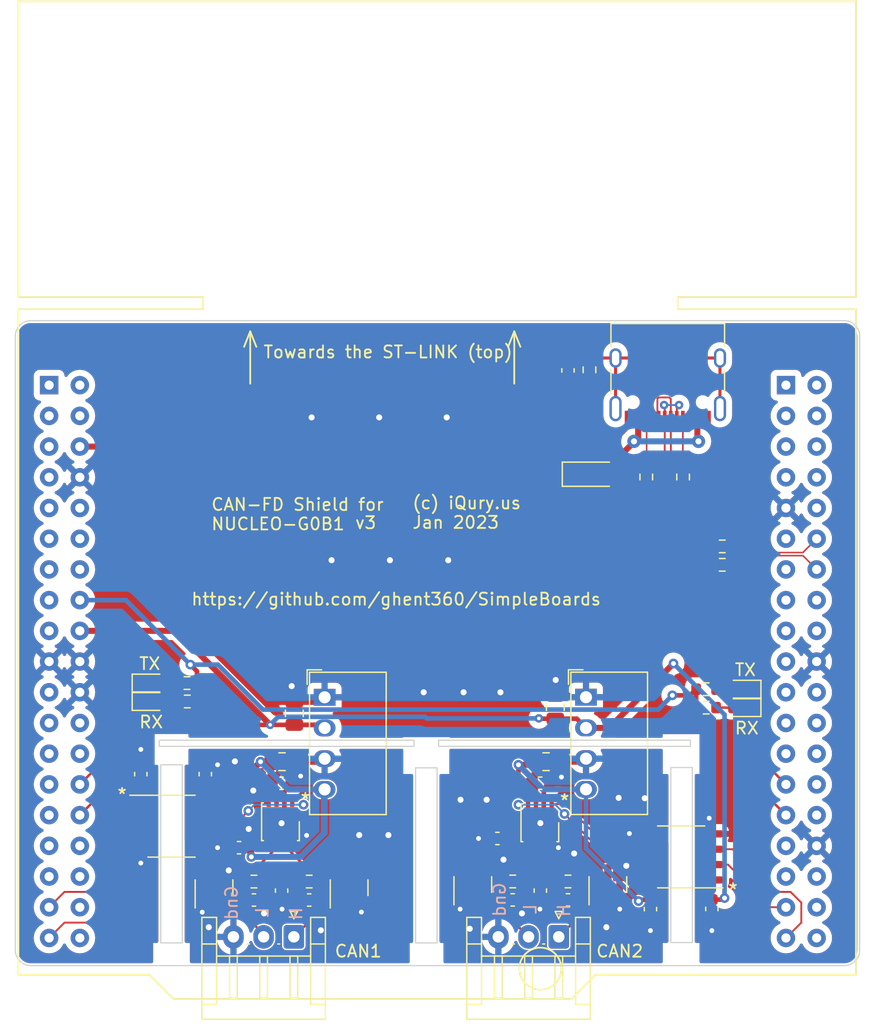
<source format=kicad_pcb>
(kicad_pcb (version 20221018) (generator pcbnew)
  (layers (0 "F.Cu" signal) (31 "B.Cu" signal) (34 "B.Paste" user) (35 "F.Paste" user) (36 "B.SilkS" user "B.Silkscreen") (37 "F.SilkS" user "F.Silkscreen") (38 "B.Mask" user) (39 "F.Mask" user) (44 "Edge.Cuts" user))
  (net 0 "")
  (net 1 "Net-(J1-SHIELD)")
  (net 2 "GND")
  (net 3 "Net-(C2-Pad1)")
  (net 4 "/CAN1_H")
  (net 5 "/CAN1_L")
  (net 6 "/5V")
  (net 7 "Net-(C7-Pad1)")
  (net 8 "/CAN2_H")
  (net 9 "/CAN2_L")
  (net 10 "/3.3V")
  (net 11 "/E5V")
  (net 12 "Net-(D1-A)")
  (net 17 "Net-(J1-CC1)")
  (net 18 "/D+")
  (net 19 "/D-")
  (net 20 "/CAN1_TX_LED")
  (net 21 "Net-(J1-CC2)")
  (net 22 "Net-(D6-A)")
  (net 23 "/USB_DP")
  (net 24 "/USB_DN")
  (net 25 "/CAN2_TX_LED")
  (net 26 "Net-(D7-A)")
  (net 27 "/CAN1_RX_LED")
  (net 28 "Net-(D8-A)")
  (net 29 "/CAN2_RX_LED")
  (net 30 "Net-(D9-A)")
  (net 35 "/SDWIO")
  (net 40 "/BTN")
  (net 42 "/RCC_I")
  (net 44 "/RCC_O")
  (net 46 "/CLK")
  (net 52 "/CAN2_RX")
  (net 54 "/CAN2_TX")
  (net 61 "/UART2_RX")
  (net 65 "/LED")
  (net 84 "/UART2_TX")
  (net 85 "/CAN1_RX")
  (net 87 "/CAN1_TX")
  (net 89 "GND1")
  (net 90 "/5V-CAN2")
  (net 91 "GND2")
  (net 92 "/5V-CAN1")
  (net 93 "/CAN1_TX_ISO")
  (net 94 "/CAN1_RX_ISO")
  (net 95 "/CAN2_TX_ISO")
  (net 96 "/CAN2_RX_ISO")
  (footprint "Package_TO_SOT_SMD:SOT-23" (layer "F.Cu") (at 68.505974 110.3975 90)
    (fp_text reference "D5" hide)
    (fp_text value "MMBZ27VC")
  )
  (footprint "Resistor_SMD:R_0603_1608Metric" (layer "F.Cu") (at 109.22 93.98)
    (fp_text reference "R11" hide)
    (fp_text value "22")
  )
  (footprint "Capacitor_SMD:C_0603_1608Metric" (layer "F.Cu") (at 91.948 106.326)
    (fp_text reference "C10" hide)
    (fp_text value "10nF")
  )
  (footprint "LED_SMD:LED_0603_1608Metric" (layer "F.Cu") (at 63.2205 94.996)
    (fp_text reference "D8" hide)
    (fp_text value "RX")
  )
  (footprint "Package_SO:SOIC-8_3.9x4.9mm_P1.27mm" (layer "F.Cu") (at 64.989974 105.31)
    (fp_text reference "U6" hide)
    (fp_text value "NSi8121N0")
  )
  (footprint "Package_TO_SOT_SMD:SOT-23" (layer "F.Cu") (at 89.916 110.136 90)
    (fp_text reference "D3" hide)
    (fp_text value "MMBZ27VC")
  )
  (footprint "LED_SMD:LED_0603_1608Metric" (layer "F.Cu") (at 63.2205 93.472)
    (fp_text reference "D6" hide)
    (fp_text value "TX")
  )
  (footprint "Resistor_SMD:R_0603_1608Metric" (layer "F.Cu") (at 97.79 109.882 180)
    (fp_text reference "R6" hide)
    (fp_text value "60.4")
  )
  (footprint "Capacitor_SMD:C_0603_1608Metric" (layer "F.Cu") (at 74.093974 101.7615)
    (fp_text reference "C6" hide)
    (fp_text value "100nF")
  )
  (footprint "Capacitor_SMD:C_0805_2012Metric" (layer "F.Cu") (at 75.149974 95.978 90)
    (fp_text reference "C15" hide)
    (fp_text value "4.7uF")
  )
  (footprint "Connector_USB:USB_C_Receptacle_HRO_TYPE-C-31-M-12" (layer "F.Cu") (at 106.045 67.639 180)
    (fp_text reference "J1" hide)
    (fp_text value "USB_C_Receptacle_USB2.0")
  )
  (footprint "Capacitor_SMD:C_0603_1608Metric" (layer "F.Cu") (at 104.613974 112.168 -90)
    (fp_text reference "C19" hide)
    (fp_text value "100nF")
  )
  (footprint "Package_TO_SOT_SMD:SOT-23" (layer "F.Cu") (at 79.681974 110.3975 90)
    (fp_text reference "D4" hide)
    (fp_text value "MMBZ27VC")
  )
  (footprint "Package_DFN_QFN:DFN-8-1EP_3x3mm_P0.65mm_EP1.55x2.4mm" (layer "F.Cu") (at 95.463 105.03 -90)
    (fp_text reference "U2" hide)
    (fp_text value "TJA1051TK-3")
  )
  (footprint "Resistor_SMD:R_0603_1608Metric" (layer "F.Cu") (at 110.553 82.169)
    (fp_text reference "R4" hide)
    (fp_text value "22")
  )
  (footprint "Resistor_SMD:R_0603_1608Metric" (layer "F.Cu") (at 93.218 109.882 180)
    (fp_text reference "R7" hide)
    (fp_text value "60.4")
  )
  (footprint "Capacitor_SMD:C_0603_1608Metric" (layer "F.Cu") (at 95.491 101.754)
    (fp_text reference "C5" hide)
    (fp_text value "100nF")
  )
  (footprint "Package_TO_SOT_SMD:SOT-23" (layer "F.Cu") (at 101.092 110.136 90)
    (fp_text reference "D2" hide)
    (fp_text value "MMBZ27VC")
  )
  (footprint "Connector_JST:JST_EH_S3B-EH_1x03_P2.50mm_Horizontal" (layer "F.Cu") (at 75.109974 114.4615 180)
    (fp_text reference "J2" hide)
    (fp_text value "CAN1")
  )
  (footprint "Resistor_SMD:R_0603_1608Metric" (layer "F.Cu") (at 107.315 76.429 90)
    (fp_text reference "R3" hide)
    (fp_text value "5.1k")
  )
  (footprint "Converter_DCDC:Converter_DCDC_Murata_CRE1xxxxxx3C_THT" (layer "F.Cu") (at 99.279974 94.642)
    (fp_text reference "U4" hide)
    (fp_text value "CRE1S0505S3C")
  )
  (footprint "Capacitor_SMD:C_0805_2012Metric" (layer "F.Cu") (at 74.133974 99.976)
    (fp_text reference "C14" hide)
    (fp_text value "4.7uF")
  )
  (footprint "Capacitor_SMD:C_0603_1608Metric" (layer "F.Cu") (at 76.379974 111.4135 180)
    (fp_text reference "C3" hide)
    (fp_text value "47pF")
  )
  (footprint "Resistor_SMD:R_0603_1608Metric" (layer "F.Cu") (at 104.267 76.429 90)
    (fp_text reference "R2" hide)
    (fp_text value "5.1k")
  )
  (footprint "Capacitor_SMD:C_0805_2012Metric" (layer "F.Cu") (at 95.977974 99.976)
    (fp_text reference "C12" hide)
    (fp_text value "4.7uF")
  )
  (footprint "Capacitor_SMD:C_0603_1608Metric" (layer "F.Cu") (at 95.503102 110.636452 -90)
    (fp_text reference "C7" hide)
    (fp_text value "4700pF")
  )
  (footprint "Capacitor_SMD:C_0603_1608Metric" (layer "F.Cu") (at 74.095914 110.637452 -90)
    (fp_text reference "C2" hide)
    (fp_text value "4700pF")
  )
  (footprint "Resistor_SMD:R_0603_1608Metric" (layer "F.Cu") (at 76.379974 109.8895 180)
    (fp_text reference "R8" hide)
    (fp_text value "60.4")
  )
  (footprint "Capacitor_SMD:C_0603_1608Metric" (layer "F.Cu") (at 93.218 111.406 180)
    (fp_text reference "C9" hide)
    (fp_text value "47pF")
  )
  (footprint "Resistor_SMD:R_0603_1608Metric" (layer "F.Cu") (at 66.294 94.996 180)
    (fp_text reference "R12" hide)
    (fp_text value "22")
  )
  (footprint "Converter_DCDC:Converter_DCDC_Murata_CRE1xxxxxx3C_THT" (layer "F.Cu") (at 77.658049 94.648708)
    (fp_text reference "U5" hide)
    (fp_text value "CRE1S0505S3C")
  )
  (footprint "Nucleo-64:Nucleo-64" (layer "F.Cu") (at 54.864 114.554)
    (fp_text reference "U1" hide)
    (fp_text value "Nucleo-64-G0B1")
  )
  (footprint "Resistor_SMD:R_0603_1608Metric" (layer "F.Cu") (at 71.807974 109.8895 180)
    (fp_text reference "R9" hide)
    (fp_text value "60.4")
  )
  (footprint "Resistor_SMD:R_0603_1608Metric" (layer "F.Cu") (at 109.22 95.504)
    (fp_text reference "R13" hide)
    (fp_text value "22")
  )
  (footprint "Resistor_SMD:R_0603_1608Metric" (layer "F.Cu") (at 110.553 83.693)
    (fp_text reference "R5" hide)
    (fp_text value "22")
  )
  (footprint "Connector_JST:JST_EH_S3B-EH_1x03_P2.50mm_Horizontal" (layer "F.Cu") (at 97.028 114.4615 180)
    (fp_text reference "J3" hide)
    (fp_text value "CAN2")
  )
  (footprint "Capacitor_SMD:C_0603_1608Metric" (layer "F.Cu") (at 97.79 67.614 -90)
    (fp_text reference "C1" hide)
    (fp_text value "100nF")
  )
  (footprint "Package_DFN_QFN:DFN-8-1EP_3x3mm_P0.65mm_EP1.55x2.4mm" (layer "F.Cu") (at 74.001974 104.943 -90)
    (fp_text reference "U3" hide)
    (fp_text value "TJA1051TK-3")
  )
  (footprint "LED_SMD:LED_0603_1608Metric" (layer "F.Cu") (at 112.268 93.98 180)
    (fp_text reference "D7" hide)
    (fp_text value "TX")
  )
  (footprint "Diode_SMD:D_SOD-123" (layer "F.Cu") (at 99.568 76.2)
    (fp_text reference "D1" hide)
    (fp_text value "B5819W")
  )
  (footprint "Capacitor_SMD:C_0603_1608Metric" (layer "F.Cu") (at 109.693974 112.155 -90)
    (fp_text reference "C18" hide)
    (fp_text value "100nF")
  )
  (footprint "Package_SO:SOIC-8_3.9x4.9mm_P1.27mm" (layer "F.Cu") (at 107.153974 107.85 180)
    (fp_text reference "U7" hide)
    (fp_text value "NSi8121N0")
  )
  (footprint "Resistor_SMD:R_0603_1608Metric" (layer "F.Cu") (at 99.568 67.564 -90)
    (fp_text reference "R1" hide)
    (fp_text value "100k")
  )
  (footprint "Capacitor_SMD:C_0805_2012Metric" (layer "F.Cu") (at 96.739974 95.47 90)
    (fp_text reference "C13" hide)
    (fp_text value "4.7uF")
  )
  (footprint "Capacitor_SMD:C_0603_1608Metric" (layer "F.Cu") (at 67.783974 101.005 90)
    (fp_text reference "C17" hide)
    (fp_text value "100nF")
  )
  (footprint "Capacitor_SMD:C_0603_1608Metric" (layer "F.Cu") (at 70.577974 107.088)
    (fp_text reference "C11" hide)
    (fp_text value "10nF")
  )
  (footprint "Capacitor_SMD:C_0603_1608Metric" (layer "F.Cu") (at 62.449974 101.005 90)
    (fp_text reference "C16" hide)
    (fp_text value "100nF")
  )
  (footprint "Capacitor_SMD:C_0603_1608Metric" (layer "F.Cu") (at 97.79 111.406 180)
    (fp_text reference "C8" hide)
    (fp_text value "47pF")
  )
  (footprint "Resistor_SMD:R_0603_1608Metric" (layer "F.Cu") (at 66.2685 93.472 180)
    (fp_text reference "R10" hide)
    (fp_text value "22")
  )
  (footprint "LED_SMD:LED_0603_1608Metric" (layer "F.Cu") (at 112.268 95.504 180)
    (fp_text reference "D9" hide)
    (fp_text value "RX")
  )
  (footprint "Capacitor_SMD:C_0603_1608Metric" (layer "F.Cu") (at 71.807974 111.4135 180)
    (fp_text reference "C4" hide)
    (fp_text value "47pF")
  )
  (gr_line (start 71.501 64.389) (end 70.993 65.659) (stroke (width 0.15)) (layer "F.SilkS"))
  (gr_line (start 71.501 64.389) (end 71.501 68.707) (stroke (width 0.15)) (layer "F.SilkS"))
  (gr_line (start 93.345 64.389) (end 92.837 65.659) (stroke (width 0.15)) (layer "F.SilkS"))
  (gr_line (start 93.345 64.389) (end 93.853 65.659) (stroke (width 0.15)) (layer "F.SilkS"))
  (gr_line (start 93.345 64.389) (end 93.345 68.707) (stroke (width 0.15)) (layer "F.SilkS"))
  (gr_line (start 71.501 64.389) (end 72.009 65.659) (stroke (width 0.15)) (layer "F.SilkS"))
  (gr_arc (start 53.34 116.84) (mid 52.441974 116.468026) (end 52.07 115.57) (stroke (width 0.1)) (layer "Edge.Cuts"))
  (gr_line (start 63.973974 98.198) (end 85.055974 98.198) (stroke (width 0.1)) (layer "Edge.Cuts"))
  (gr_arc (start 121.92 115.57) (mid 121.548026 116.468026) (end 120.65 116.84) (stroke (width 0.1)) (layer "Edge.Cuts"))
  (gr_line (start 108.077 114.935) (end 106.299 114.935) (stroke (width 0.1)) (layer "Edge.Cuts"))
  (gr_line (start 107.915974 98.706) (end 87.087974 98.706) (stroke (width 0.1)) (layer "Edge.Cuts"))
  (gr_line (start 86.960974 114.962) (end 85.182974 114.962) (stroke (width 0.1)) (layer "Edge.Cuts"))
  (gr_line (start 107.915974 98.198) (end 107.915974 98.706) (stroke (width 0.1)) (layer "Edge.Cuts"))
  (gr_arc (start 52.07 64.77) (mid 52.441974 63.871974) (end 53.34 63.5) (stroke (width 0.1)) (layer "Edge.Cuts"))
  (gr_line (start 85.055974 98.198) (end 85.055974 98.706) (stroke (width 0.1)) (layer "Edge.Cuts"))
  (gr_line (start 65.878974 100.23) (end 65.878974 114.962) (stroke (width 0.1)) (layer "Edge.Cuts"))
  (gr_line (start 106.299 100.457) (end 108.077 100.457) (stroke (width 0.1)) (layer "Edge.Cuts"))
  (gr_line (start 64.100974 114.962) (end 64.100974 100.23) (stroke (width 0.1)) (layer "Edge.Cuts"))
  (gr_line (start 52.07 115.57) (end 52.07 64.77) (stroke (width 0.1)) (layer "Edge.Cuts"))
  (gr_line (start 85.182974 114.962) (end 85.182974 100.484) (stroke (width 0.1)) (layer "Edge.Cuts"))
  (gr_line (start 87.087974 98.198) (end 107.915974 98.198) (stroke (width 0.1)) (layer "Edge.Cuts"))
  (gr_line (start 120.65 116.84) (end 53.34 116.84) (stroke (width 0.1)) (layer "Edge.Cuts"))
  (gr_line (start 85.055974 98.706) (end 63.973974 98.706) (stroke (width 0.1)) (layer "Edge.Cuts"))
  (gr_line (start 106.299 114.935) (end 106.299 100.457) (stroke (width 0.1)) (layer "Edge.Cuts"))
  (gr_line (start 85.182974 100.484) (end 86.960974 100.484) (stroke (width 0.1)) (layer "Edge.Cuts"))
  (gr_line (start 64.100974 100.23) (end 65.878974 100.23) (stroke (width 0.1)) (layer "Edge.Cuts"))
  (gr_line (start 121.92 64.77) (end 121.92 115.57) (stroke (width 0.1)) (layer "Edge.Cuts"))
  (gr_arc (start 120.65 63.5) (mid 121.548026 63.871974) (end 121.92 64.77) (stroke (width 0.1)) (layer "Edge.Cuts"))
  (gr_line (start 108.077 100.457) (end 108.077 114.935) (stroke (width 0.1)) (layer "Edge.Cuts"))
  (gr_line (start 86.960974 100.484) (end 86.960974 114.962) (stroke (width 0.1)) (layer "Edge.Cuts"))
  (gr_line (start 63.973974 98.706) (end 63.973974 98.198) (stroke (width 0.1)) (layer "Edge.Cuts"))
  (gr_line (start 53.34 63.5) (end 120.65 63.5) (stroke (width 0.1)) (layer "Edge.Cuts"))
  (gr_line (start 65.878974 114.962) (end 64.100974 114.962) (stroke (width 0.1)) (layer "Edge.Cuts"))
  (gr_line (start 87.087974 98.706) (end 87.087974 98.198) (stroke (width 0.1)) (layer "Edge.Cuts"))
  (gr_text "H" (at 75.871974 111.9215 90) (layer "B.SilkS") (effects (font (size 1 1)) (justify left bottom mirror)))
  (gr_text "Gnd" (at 92.71 109.882 90) (layer "B.SilkS") (effects (font (size 1 1)) (justify left bottom mirror)))
  (gr_text "H" (at 98.044 111.66 90) (layer "B.SilkS") (effects (font (size 1 1)) (justify left bottom mirror)))
  (gr_text "Gnd" (at 70.537974 110.1435 90) (layer "B.SilkS") (effects (font (size 1 1)) (justify left bottom mirror)))
  (gr_text "L" (at 73.077974 111.9215 90) (layer "B.SilkS") (effects (font (size 1 1)) (justify left bottom mirror)))
  (gr_text "L" (at 95.25 111.66 90) (layer "B.SilkS") (effects (font (size 1 1)) (justify left bottom mirror)))
  (gr_text "RX" (at 111.506 97.79) (layer "F.SilkS") (effects (font (size 1 1)) (justify left bottom)))
  (gr_text "(c) iQury.us\nJan 2023" (at 84.836 80.772) (layer "F.SilkS") (effects (font (size 1 1)) (justify left bottom)))
  (gr_text "Towards the ST-LINK (top)" (at 72.517 66.675) (layer "F.SilkS") (effects (font (size 1 1)) (justify left bottom)))
  (gr_text "*" (at 60.417974 103.278) (layer "F.SilkS") (effects (font (size 1 1)) (justify left bottom)))
  (gr_text "v3" (at 80.102974 80.799) (layer "F.SilkS") (effects (font (size 1 1)) (justify left bottom)))
  (gr_text "*" (at 75.583948 103.6935) (layer "F.SilkS") (effects (font (size 1 1)) (justify left bottom)))
  (gr_text "TX" (at 62.23 92.456) (layer "F.SilkS") (effects (font (size 1 1)) (justify left bottom)))
  (gr_text "RX" (at 62.23 97.282) (layer "F.SilkS") (effects (font (size 1 1)) (justify left bottom)))
  (gr_text "TX" (at 111.506 92.964) (layer "F.SilkS") (effects (font (size 1 1)) (justify left bottom)))
  (gr_text "CAN-FD Shield for\nNUCLEO-G0B1" (at 68.199 80.899) (layer "F.SilkS") (effects (font (size 1 1)) (justify left bottom)))
  (gr_text "CAN1" (at 78.411533 116.232) (layer "F.SilkS") (effects (font (size 1 1)) (justify left bottom)))
  (gr_text "*" (at 110.963974 111.152) (layer "F.SilkS") (effects (font (size 1 1)) (justify left bottom)))
  (gr_text "https://github.com/ghent360/SimpleBoards" (at 66.548 87.122) (layer "F.SilkS") (effects (font (size 1 1)) (justify left bottom)))
  (gr_text "CAN2" (at 100.041974 116.232) (layer "F.SilkS") (effects (font (size 1 1)) (justify left bottom)))
  (gr_text "*" (at 97.028 103.786) (layer "F.SilkS") (effects (font (size 1 1)) (justify left bottom)))
  (segment (start 97.89 66.739) (end 97.79 66.839) (width 0.254) (layer "F.Cu") (net 1))
  (segment (start 99.568 66.739) (end 97.89 66.739) (width 0.254) (layer "F.Cu") (net 1))
  (segment (start 101.725 66.589) (end 110.365 66.589) (width 0.254) (layer "F.Cu") (net 1))
  (segment (start 101.725 70.769) (end 101.725 66.589) (width 0.254) (layer "F.Cu") (net 1))
  (segment (start 99.718 66.589) (end 99.568 66.739) (width 0.254) (layer "F.Cu") (net 1))
  (segment (start 110.365 70.769) (end 110.365 66.589) (width 0.254) (layer "F.Cu") (net 1))
  (segment (start 101.725 66.589) (end 99.718 66.589) (width 0.254) (layer "F.Cu") (net 1))
  (segment (start 102.795 71.684) (end 102.795 72.159) (width 0.5) (layer "F.Cu") (net 2))
  (segment (start 62.514974 108.293) (end 62.449974 108.358) (width 0.381) (layer "F.Cu") (net 2))
  (segment (start 62.514974 107.215) (end 62.514974 108.293) (width 0.381) (layer "F.Cu") (net 2))
  (segment (start 75.149974 95.028) (end 77.278757 95.028) (width 0.5) (layer "F.Cu") (net 2))
  (segment (start 109.295 71.684) (end 109.295 72.159) (width 0.5) (layer "F.Cu") (net 2))
  (segment (start 102.795 72.159) (end 101.727 73.227) (width 0.5) (layer "F.Cu") (net 2))
  (segment (start 109.693974 112.93) (end 109.693974 113.946) (width 0.381) (layer "F.Cu") (net 2))
  (segment (start 77.278757 95.028) (end 77.658049 94.648708) (width 0.5) (layer "F.Cu") (net 2))
  (segment (start 62.449974 100.23) (end 62.449974 98.96) (width 0.381) (layer "F.Cu") (net 2))
  (segment (start 109.295 72.159) (end 110.109 72.973) (width 0.5) (layer "F.Cu") (net 2))
  (via (at 62.449974 98.96) (size 0.8) (drill 0.4) (layers "F.Cu" "B.Cu") (net 2))
  (via (at 76.581 71.501) (size 1.1) (drill 0.5) (layers "F.Cu" "B.Cu") (net 2))
  (via (at 78.232 83.312) (size 1.1) (drill 0.5) (layers "F.Cu" "B.Cu") (net 2))
  (via (at 87.884 83.312) (size 1.1) (drill 0.5) (layers "F.Cu" "B.Cu") (net 2))
  (via (at 87.757 71.501) (size 1.1) (drill 0.5) (layers "F.Cu" "B.Cu") (net 2))
  (via (at 92.202 94.234) (size 1.1) (drill 0.5) (layers "F.Cu" "B.Cu") (net 2))
  (via (at 85.852 94.234) (size 1.1) (drill 0.5) (layers "F.Cu" "B.Cu") (net 2))
  (via (at 62.449974 108.358) (size 0.8) (drill 0.4) (layers "F.Cu" "B.Cu") (net 2))
  (via (at 83.058 83.312) (size 1.1) (drill 0.5) (layers "F.Cu" "B.Cu") (net 2))
  (via (at 109.474 104.648) (size 0.8) (drill 0.4) (layers "F.Cu" "B.Cu") (net 2))
  (via (at 82.169 71.501) (size 1.1) (drill 0.5) (layers "F.Cu" "B.Cu") (net 2))
  (via (at 89.154 94.234) (size 1.1) (drill 0.5) (layers "F.Cu" "B.Cu") (net 2))
  (via (at 109.693974 113.946) (size 0.8) (drill 0.4) (layers "F.Cu" "B.Cu") (net 2))
  (via (at 74.93 93.726) (size 1.1) (drill 0.5) (layers "F.Cu" "B.Cu") (net 2))
  (via (at 96.774 93.218) (size 1.1) (drill 0.5) (layers "F.Cu" "B.Cu") (net 2))
  (segment (start 72.632974 109.8895) (end 75.554974 109.8895) (width 0.2032) (layer "F.Cu") (net 3))
  (segment (start 74.326974 106.915705) (end 77.204974 109.793705) (width 0.2032) (layer "F.Cu") (net 4))
  (segment (start 75.109974 114.4615) (end 77.204974 112.3665) (width 0.2032) (layer "F.Cu") (net 4))
  (segment (start 77.154974 111.4135) (end 78.653474 111.4135) (width 0.2032) (layer "F.Cu") (net 4))
  (segment (start 74.326974 106.493) (end 74.326974 106.915705) (width 0.2032) (layer "F.Cu") (net 4))
  (segment (start 77.204974 109.793705) (end 77.204974 109.8895) (width 0.2032) (layer "F.Cu") (net 4))
  (segment (start 77.204974 112.3665) (end 77.204974 109.8895) (width 0.2032) (layer "F.Cu") (net 4))
  (segment (start 78.653474 111.4135) (end 78.731974 111.335) (width 0.2032) (layer "F.Cu") (net 4))
  (segment (start 72.609974 114.2475) (end 70.982974 112.6205) (width 0.2032) (layer "F.Cu") (net 5))
  (segment (start 70.982974 109.793705) (end 73.676974 107.099705) (width 0.2032) (layer "F.Cu") (net 5))
  (segment (start 73.676974 107.099705) (end 73.676974 106.493) (width 0.2032) (layer "F.Cu") (net 5))
  (segment (start 72.609974 114.4615) (end 72.609974 114.2475) (width 0.2032) (layer "F.Cu") (net 5))
  (segment (start 70.982974 109.8895) (end 70.982974 109.793705) (width 0.2032) (layer "F.Cu") (net 5))
  (segment (start 71.032974 111.4135) (end 69.534474 111.4135) (width 0.2032) (layer "F.Cu") (net 5))
  (segment (start 69.534474 111.4135) (end 69.455974 111.335) (width 0.2032) (layer "F.Cu") (net 5))
  (segment (start 70.982974 112.6205) (end 70.982974 109.8895) (width 0.2032) (layer "F.Cu") (net 5))
  (segment (start 75.149974 96.928) (end 77.044974 96.928) (width 0.381) (layer "F.Cu") (net 6))
  (segment (start 60.925974 97.69) (end 61.687974 96.928) (width 0.381) (layer "F.Cu") (net 6))
  (segment (start 95.404 96.42) (end 95.377 96.393) (width 0.381) (layer "F.Cu") (net 6))
  (segment (start 60.925974 101.5) (end 60.925974 97.69) (width 0.381) (layer "F.Cu") (net 6))
  (segment (start 77.044974 96.928) (end 77.600474 97.4835) (width 0.381) (layer "F.Cu") (net 6))
  (segment (start 77.397341 96.928) (end 77.658049 97.188708) (width 0.381) (layer "F.Cu") (net 6))
  (segment (start 96.739974 96.42) (end 98.517974 96.42) (width 0.381) (layer "F.Cu") (net 6))
  (segment (start 65.378 89.154) (end 73.152 96.928) (width 0.5) (layer "F.Cu") (net 6))
  (segment (start 98.517974 96.42) (end 99.279974 97.182) (width 0.381) (layer "F.Cu") (net 6))
  (segment (start 101.192 97.182) (end 99.279974 97.182) (width 0.5) (layer "F.Cu") (net 6))
  (segment (start 73.152 96.928) (end 75.149974 96.928) (width 0.381) (layer "F.Cu") (net 6))
  (segment (start 61.687974 96.928) (end 73.152 96.928) (width 0.381) (layer "F.Cu") (net 6))
  (segment (start 106.518 91.856) (end 101.192 97.182) (width 0.5) (layer "F.Cu") (net 6))
  (segment (start 109.693974 109.82) (end 109.628974 109.755) (width 0.381) (layer "F.Cu") (net 6))
  (segment (start 75.149974 96.928) (end 77.397341 96.928) (width 0.381) (layer "F.Cu") (net 6))
  (segment (start 61.205974 101.78) (end 60.925974 101.5) (width 0.381) (layer "F.Cu") (net 6))
  (segment (start 110.616 111.38) (end 110.744 111.252) (width 0.381) (layer "F.Cu") (net 6))
  (segment (start 62.449974 101.78) (end 61.205974 101.78) (width 0.381) (layer "F.Cu") (net 6))
  (segment (start 62.514974 103.405) (end 62.514974 101.845) (width 0.381) (layer "F.Cu") (net 6))
  (segment (start 109.693974 111.38) (end 110.616 111.38) (width 0.381) (layer "F.Cu") (net 6))
  (segment (start 57.404 89.154) (end 65.378 89.154) (width 0.5) (layer "F.Cu") (net 6))
  (segment (start 96.739974 96.42) (end 95.404 96.42) (width 0.381) (layer "F.Cu") (net 6))
  (segment (start 109.693974 111.38) (end 109.693974 109.82) (width 0.381) (layer "F.Cu") (net 6))
  (segment (start 62.514974 101.845) (end 62.449974 101.78) (width 0.381) (layer "F.Cu") (net 6))
  (via (at 110.744 111.252) (size 0.8) (drill 0.4) (layers "F.Cu" "B.Cu") (net 6))
  (via (at 95.377 96.393) (size 0.7) (drill 0.3) (layers "F.Cu" "B.Cu") (net 6))
  (via (at 106.518 91.856) (size 0.8) (drill 0.4) (layers "F.Cu" "B.Cu") (net 6))
  (via (at 73.152 96.928) (size 0.7) (drill 0.3) (layers "F.Cu" "B.Cu") (net 6))
  (segment (start 110.744 96.082) (end 106.518 91.856) (width 0.381) (layer "B.Cu") (net 6))
  (segment (start 86.106 96.393) (end 95.377 96.393) (width 0.381) (layer "B.Cu") (net 6))
  (segment (start 110.744 111.252) (end 110.744 96.082) (width 0.381) (layer "B.Cu") (net 6))
  (segment (start 73.814499 96.265501) (end 85.978501 96.265501) (width 0.381) (layer "B.Cu") (net 6))
  (segment (start 73.152 96.928) (end 73.814499 96.265501) (width 0.381) (layer "B.Cu") (net 6))
  (segment (start 85.978501 96.265501) (end 86.106 96.393) (width 0.381) (layer "B.Cu") (net 6))
  (segment (start 96.965 109.882) (end 94.043 109.882) (width 0.2032) (layer "F.Cu") (net 7))
  (segment (start 98.615 109.786205) (end 95.788 106.959205) (width 0.2032) (layer "F.Cu") (net 8))
  (segment (start 98.615 112.8745) (end 98.615 109.882) (width 0.2032) (layer "F.Cu") (net 8))
  (segment (start 97.028 114.4615) (end 98.615 112.8745) (width 0.2032) (layer "F.Cu") (net 8))
  (segment (start 98.615 109.882) (end 98.615 109.786205) (width 0.2032) (layer "F.Cu") (net 8))
  (segment (start 95.788 106.959205) (end 95.788 106.58) (width 0.2032) (layer "F.Cu") (net 8))
  (segment (start 99.8095 111.406) (end 100.142 111.0735) (width 0.2032) (layer "F.Cu") (net 8))
  (segment (start 98.565 111.406) (end 99.8095 111.406) (width 0.2032) (layer "F.Cu") (net 8))
  (segment (start 92.393 109.786205) (end 95.138 107.041205) (width 0.2032) (layer "F.Cu") (net 9))
  (segment (start 92.393 112.3265) (end 92.393 109.882) (width 0.2032) (layer "F.Cu") (net 9))
  (segment (start 95.138 107.041205) (end 95.138 106.58) (width 0.2032) (layer "F.Cu") (net 9))
  (segment (start 92.443 111.406) (end 91.1985 111.406) (width 0.2032) (layer "F.Cu") (net 9))
  (segment (start 94.528 114.4615) (end 92.393 112.3265) (width 0.2032) (layer "F.Cu") (net 9))
  (segment (start 92.393 109.882) (end 92.393 109.786205) (width 0.2032) (layer "F.Cu") (net 9))
  (segment (start 91.1985 111.406) (end 90.866 111.0735) (width 0.2032) (layer "F.Cu") (net 9))
  (segment (start 108.395 93.98) (end 108.395 95.504) (width 0.381) (layer "F.Cu") (net 10))
  (segment (start 107.887 94.488) (end 108.395 93.98) (width 0.381) (layer "F.Cu") (net 10))
  (segment (start 106.426 94.488) (end 107.887 94.488) (width 0.381) (layer "F.Cu") (net 10))
  (segment (start 67.0935 92.4935) (end 66.548 91.948) (width 0.381) (layer "F.Cu") (net 10))
  (segment (start 67.0935 93.472) (end 67.0935 92.4935) (width 0.381) (layer "F.Cu") (net 10))
  (segment (start 67.119 94.996) (end 67.119 93.4975) (width 0.381) (layer "F.Cu") (net 10))
  (segment (start 67.119 93.4975) (end 67.0935 93.472) (width 0.381) (layer "F.Cu") (net 10))
  (via (at 106.426 94.488) (size 0.8) (drill 0.4) (layers "F.Cu" "B.Cu") (net 10))
  (via (at 66.548 91.948) (size 0.8) (drill 0.4) (layers "F.Cu" "B.Cu") (net 10))
  (segment (start 68.834 91.948) (end 72.39 95.504) (width 0.381) (layer "B.Cu") (net 10))
  (segment (start 61.214 86.614) (end 57.404 86.614) (width 0.381) (layer "B.Cu") (net 10))
  (segment (start 72.39 95.504) (end 72.552208 95.666208) (width 0.381) (layer "B.Cu") (net 10))
  (segment (start 72.552208 95.666208) (end 105.247792 95.666208) (width 0.381) (layer "B.Cu") (net 10))
  (segment (start 105.247792 95.666208) (end 106.426 94.488) (width 0.381) (layer "B.Cu") (net 10))
  (segment (start 66.548 91.948) (end 68.834 91.948) (width 0.381) (layer "B.Cu") (net 10))
  (segment (start 66.548 91.948) (end 61.214 86.614) (width 0.381) (layer "B.Cu") (net 10))
  (segment (start 61.976 76.2) (end 59.69 73.914) (width 0.5) (layer "F.Cu") (net 11))
  (segment (start 59.69 73.914) (end 57.404 73.914) (width 0.5) (layer "F.Cu") (net 11))
  (segment (start 97.918 76.2) (end 61.976 76.2) (width 0.5) (layer "F.Cu") (net 11))
  (segment (start 103.251 73.533) (end 101.218 75.566) (width 0.5) (layer "F.Cu") (net 12))
  (segment (start 108.495 71.684) (end 108.495 73.391) (width 0.5) (layer "F.Cu") (net 12))
  (segment (start 103.251 73.481) (end 103.251 73.533) (width 0.5) (layer "F.Cu") (net 12))
  (segment (start 108.495 73.391) (end 108.585 73.481) (width 0.5) (layer "F.Cu") (net 12))
  (segment (start 101.218 75.566) (end 101.218 76.2) (width 0.5) (layer "F.Cu") (net 12))
  (segment (start 103.595 73.137) (end 103.251 73.481) (width 0.5) (layer "F.Cu") (net 12))
  (segment (start 103.595 71.684) (end 103.595 73.137) (width 0.5) (layer "F.Cu") (net 12))
  (via (at 103.251 73.481) (size 1.1) (drill 0.5) (layers "F.Cu" "B.Cu") (net 12))
  (via (at 108.585 73.481) (size 1.1) (drill 0.5) (layers "F.Cu" "B.Cu") (net 12))
  (segment (start 103.251 73.481) (end 108.585 73.481) (width 0.5) (layer "B.Cu") (net 12))
  (segment (start 107.295 71.684) (end 107.295 75.584) (width 0.127) (layer "F.Cu") (net 17))
  (segment (start 107.295 75.584) (end 107.315 75.604) (width 0.127) (layer "F.Cu") (net 17))
  (segment (start 106.295 73.656) (end 106.299 73.66) (width 0.1524) (layer "F.Cu") (net 18))
  (segment (start 106.299 79.868868) (end 108.599132 82.169) (width 0.1524) (layer "F.Cu") (net 18))
  (segment (start 105.1891 71.5781) (end 105.295 71.684) (width 0.1524) (layer "F.Cu") (net 18))
  (segment (start 106.295 69.973) (end 106.172 69.85) (width 0.1524) (layer "F.Cu") (net 18))
  (segment (start 106.295 71.684) (end 106.295 73.656) (width 0.1524) (layer "F.Cu") (net 18))
  (segment (start 106.299 73.66) (end 106.299 79.868868) (width 0.1524) (layer "F.Cu") (net 18))
  (segment (start 106.172 69.85) (end 105.283 69.85) (width 0.1524) (layer "F.Cu") (net 18))
  (segment (start 106.295 71.684) (end 106.295 69.973) (width 0.1524) (layer "F.Cu") (net 18))
  (segment (start 105.283 69.85) (end 105.1891 69.9439) (width 0.1524) (layer "F.Cu") (net 18))
  (segment (start 105.1891 69.9439) (end 105.1891 71.5781) (width 0.1524) (layer "F.Cu") (net 18))
  (segment (start 108.599132 82.169) (end 109.728 82.169) (width 0.1524) (layer "F.Cu") (net 18))
  (segment (start 105.795 70.529265) (end 105.7423 70.476565) (width 0.1524) (layer "F.Cu") (net 19))
  (segment (start 106.795 71.684) (end 106.795 70.661387) (width 0.1524) (layer "F.Cu") (net 19))
  (segment (start 105.795 71.684) (end 105.795 73.656) (width 0.1524) (layer "F.Cu") (net 19))
  (segment (start 105.795 73.656) (end 105.791 73.66) (width 0.1524) (layer "F.Cu") (net 19))
  (segment (start 105.791 73.66) (end 105.791 79.756) (width 0.1524) (layer "F.Cu") (net 19))
  (segment (start 106.795 70.661387) (end 106.978653 70.477734) (width 0.1524) (layer "F.Cu") (net 19))
  (segment (start 105.791 79.756) (end 109.728 83.693) (width 0.1524) (layer "F.Cu") (net 19))
  (segment (start 105.795 71.684) (end 105.795 70.529265) (width 0.1524) (layer "F.Cu") (net 19))
  (via (at 106.978653 70.477734) (size 0.7) (drill 0.3) (layers "F.Cu" "B.Cu") (net 19))
  (via (at 105.7423 70.476565) (size 0.7) (drill 0.3) (layers "F.Cu" "B.Cu") (net 19))
  (segment (start 106.978653 70.477734) (end 105.743469 70.477734) (width 0.1524) (layer "B.Cu") (net 19))
  (segment (start 105.743469 70.477734) (end 105.7423 70.476565) (width 0.1524) (layer "B.Cu") (net 19))
  (segment (start 62.433 93.472) (end 59.436 96.469) (width 0.2032) (layer "F.Cu") (net 20))
  (segment (start 59.436 96.469) (end 59.436 99.822) (width 0.2032) (layer "F.Cu") (net 20))
  (segment (start 59.436 99.822) (end 57.404 101.854) (width 0.2032) (layer "F.Cu") (net 20))
  (segment (start 104.295 71.684) (end 104.295 75.576) (width 0.127) (layer "F.Cu") (net 21))
  (segment (start 104.295 75.576) (end 104.267 75.604) (width 0.127) (layer "F.Cu") (net 21))
  (segment (start 65.4435 93.472) (end 64.008 93.472) (width 0.2032) (layer "F.Cu") (net 22))
  (segment (start 118.364 81.534) (end 117.221 82.677) (width 0.127) (layer "F.Cu") (net 23))
  (segment (start 111.886 82.677) (end 111.378 82.169) (width 0.127) (layer "F.Cu") (net 23))
  (segment (start 117.221 82.677) (end 111.886 82.677) (width 0.127) (layer "F.Cu") (net 23))
  (segment (start 117.221 82.931) (end 112.14 82.931) (width 0.127) (layer "F.Cu") (net 24))
  (segment (start 118.364 84.074) (end 117.221 82.931) (width 0.127) (layer "F.Cu") (net 24))
  (segment (start 112.14 82.931) (end 111.378 83.693) (width 0.127) (layer "F.Cu") (net 24))
  (segment (start 113.0555 94.0055) (end 113.0555 93.98) (width 0.2032) (layer "F.Cu") (net 25))
  (segment (start 115.824 101.854) (end 114.3 100.33) (width 0.2032) (layer "F.Cu") (net 25))
  (segment (start 114.3 100.33) (end 114.3 95.25) (width 0.2032) (layer "F.Cu") (net 25))
  (segment (start 114.3 95.25) (end 113.0555 94.0055) (width 0.2032) (layer "F.Cu") (net 25))
  (segment (start 111.4805 93.98) (end 110.045 93.98) (width 0.2032) (layer "F.Cu") (net 26))
  (segment (start 61.976 94.996) (end 59.944 97.028) (width 0.2032) (layer "F.Cu") (net 27))
  (segment (start 62.433 94.996) (end 61.976 94.996) (width 0.2032) (layer "F.Cu") (net 27))
  (segment (start 59.944 101.854) (end 57.404 104.394) (width 0.2032) (layer "F.Cu") (net 27))
  (segment (start 59.944 97.028) (end 59.944 101.854) (width 0.2032) (layer "F.Cu") (net 27))
  (segment (start 65.469 94.996) (end 64.008 94.996) (width 0.2032) (layer "F.Cu") (net 28))
  (segment (start 113.0555 95.504) (end 113.0555 101.6255) (width 0.2032) (layer "F.Cu") (net 29))
  (segment (start 113.0555 101.6255) (end 115.824 104.394) (width 0.2032) (layer "F.Cu") (net 29))
  (segment (start 111.4805 95.504) (end 110.045 95.504) (width 0.2032) (layer "F.Cu") (net 30))
  (segment (start 111.025 108.485) (end 114.554 112.014) (width 0.1524) (layer "F.Cu") (net 52))
  (segment (start 114.554 112.014) (end 115.824 112.014) (width 0.1524) (layer "F.Cu") (net 52))
  (segment (start 109.628974 108.485) (end 111.025 108.485) (width 0.1524) (layer "F.Cu") (net 52))
  (segment (start 111.406 107.215) (end 109.628974 107.215) (width 0.1524) (layer "F.Cu") (net 54))
  (segment (start 117.094 113.284) (end 117.094 111.633) (width 0.1524) (layer "F.Cu") (net 54))
  (segment (start 117.094 111.633) (end 116.205 110.744) (width 0.1524) (layer "F.Cu") (net 54))
  (segment (start 114.935 110.744) (end 111.406 107.215) (width 0.1524) (layer "F.Cu") (net 54))
  (segment (start 116.205 110.744) (end 114.935 110.744) (width 0.1524) (layer "F.Cu") (net 54))
  (segment (start 115.824 114.554) (end 117.094 113.284) (width 0.1524) (layer "F.Cu") (net 54))
  (segment (start 59.563 110.109) (end 58.928 110.744) (width 0.1524) (layer "F.Cu") (net 85))
  (segment (start 56.134 110.744) (end 54.864 112.014) (width 0.1524) (layer "F.Cu") (net 85))
  (segment (start 58.928 110.744) (end 56.134 110.744) (width 0.1524) (layer "F.Cu") (net 85))
  (segment (start 62.514974 104.675) (end 61.949 104.675) (width 0.1524) (layer "F.Cu") (net 85))
  (segment (start 61.949 104.675) (end 59.563 107.061) (width 0.1524) (layer "F.Cu") (net 85))
  (segment (start 59.563 107.061) (end 59.563 110.109) (width 0.1524) (layer "F.Cu") (net 85))
  (segment (start 60.198 112.649) (end 59.563 113.284) (width 0.1524) (layer "F.Cu") (net 87))
  (segment (start 60.198 107.061) (end 60.198 112.649) (width 0.1524) (layer "F.Cu") (net 87))
  (segment (start 59.563 113.284) (end 56.134 113.284) (width 0.1524) (layer "F.Cu") (net 87))
  (segment (start 56.134 113.284) (end 54.864 114.554) (width 0.1524) (layer "F.Cu") (net 87))
  (segment (start 62.514974 105.945) (end 61.314 105.945) (width 0.1524) (layer "F.Cu") (net 87))
  (segment (start 61.314 105.945) (end 60.198 107.061) (width 0.1524) (layer "F.Cu") (net 87))
  (segment (start 75.083974 99.976) (end 75.083974 100.581631) (width 0.508) (layer "F.Cu") (net 89))
  (segment (start 74.976974 106.493) (end 75.744974 106.493) (width 0.381) (layer "F.Cu") (net 89))
  (segment (start 74.976974 105.918) (end 74.001974 104.943) (width 0.381) (layer "F.Cu") (net 89))
  (segment (start 68.672974 107.215) (end 68.799974 107.088) (width 0.381) (layer "F.Cu") (net 89))
  (segment (start 74.868974 101.7615) (end 75.075869 101.7615) (width 0.381) (layer "F.Cu") (net 89))
  (segment (start 75.083974 100.581631) (end 75.669856 101.167513) (width 0.508) (layer "F.Cu") (net 89))
  (segment (start 74.976974 106.493) (end 74.976974 105.918) (width 0.381) (layer "F.Cu") (net 89))
  (segment (start 74.326974 103.393) (end 74.326974 104.618) (width 0.381) (layer "F.Cu") (net 89))
  (segment (start 75.604974 111.4135) (end 74.093974 111.4135) (width 0.2032) (layer "F.Cu") (net 89))
  (segment (start 75.083974 99.976) (end 77.410757 99.976) (width 0.508) (layer "F.Cu") (net 89))
  (segment (start 67.464974 107.215) (end 68.672974 107.215) (width 0.381) (layer "F.Cu") (net 89))
  (segment (start 74.326974 104.618) (end 74.001974 104.943) (width 0.381) (layer "F.Cu") (net 89))
  (segment (start 74.326974 102.3035) (end 74.868974 101.7615) (width 0.381) (layer "F.Cu") (net 89))
  (segment (start 77.552974 99.976) (end 77.600474 100.0235) (width 0.508) (layer "F.Cu") (net 89))
  (segment (start 69.802974 107.088) (end 68.799974 107.088) (width 0.381) (layer "F.Cu") (net 89))
  (segment (start 77.410757 99.976) (end 77.658049 99.728708) (width 0.508) (layer "F.Cu") (net 89))
  (segment (start 67.783974 100.23) (end 68.799974 100.23) (width 0.508) (layer "F.Cu") (net 89))
  (segment (start 74.326974 103.393) (end 74.326974 102.3035) (width 0.381) (layer "F.Cu") (net 89))
  (segment (start 75.075869 101.7615) (end 75.669856 101.167513) (width 0.381) (layer "F.Cu") (net 89))
  (segment (start 75.744974 106.493) (end 76.165974 106.072) (width 0.381) (layer "F.Cu") (net 89))
  (via (at 70.231 99.949) (size 1.1) (drill 0.5) (layers "F.Cu" "B.Cu") (net 89))
  (via (at 75.669856 101.167513) (size 0.8) (drill 0.4) (layers "F.Cu" "B.Cu") (net 89))
  (via (at 80.518 106.045) (size 1.1) (drill 0.5) (layers "F.Cu" "B.Cu") (net 89))
  (via (at 76.165974 106.072) (size 0.8) (drill 0.4) (layers "F.Cu" "B.Cu") (net 89))
  (via (at 82.931 106.045) (size 1.1) (drill 0.5) (layers "F.Cu" "B.Cu") (net 89))
  (via (at 68.799974 107.088) (size 0.8) (drill 0.4) (layers "F.Cu" "B.Cu") (net 89))
  (via (at 67.529974 112.422) (size 0.8) (drill 0.4) (layers "F.Cu" "B.Cu") (net 89))
  (via (at 77.343 113.919) (size 1.1) (drill 0.5) (layers "F.Cu" "B.Cu") (net 89))
  (via (at 68.799974 100.23) (size 0.8) (drill 0.4) (layers "F.Cu" "B.Cu") (net 89))
  (via (at 80.697002 112.414034) (size 0.8) (drill 0.4) (layers "F.Cu" "B.Cu") (net 89))
  (via (at 71.755 102.362) (size 1.1) (drill 0.5) (layers "F.Cu" "B.Cu") (net 89))
  (via (at 68.072 113.665) (size 1.1) (drill 0.5) (layers "F.Cu" "B.Cu") (net 89))
  (via (at 72.644 112.522) (size 1.1) (drill 0.5) (layers "F.Cu" "B.Cu") (net 89))
  (via (at 71.374 105.537) (size 1.1) (drill 0.5) (layers "F.Cu" "B.Cu") (net 89))
  (via (at 74.133974 112.168) (size 0.8) (drill 0.4) (layers "F.Cu" "B.Cu") (net 89))
  (via (at 74.093974 105.0635) (size 1.1) (drill 0.5) (layers "F.Cu" "B.Cu") (net 89))
  (via (at 69.723 108.966) (size 1.1) (drill 0.5) (layers "F.Cu" "B.Cu") (net 89))
  (segment (start 104.613974 111.393) (end 104.613974 109.82) (width 0.381) (layer "F.Cu") (net 90))
  (segment (start 95.027974 99.976) (end 95.027974 101.442026) (width 0.5) (layer "F.Cu") (net 90))
  (segment (start 93.726 106.58) (end 92.977 106.58) (width 0.381) (layer "F.Cu") (net 90))
  (segment (start 93.691974 102.008) (end 93.691974 100.23) (width 0.381) (layer "F.Cu") (net 90))
  (segment (start 94.773974 100.23) (end 95.027974 99.976) (width 0.5) (layer "F.Cu") (net 90))
  (segment (start 95.138 102.176) (end 94.716 101.754) (width 0.381) (layer "F.Cu") (net 90))
  (segment (start 92.723 102.976974) (end 93.691974 102.008) (width 0.381) (layer "F.Cu") (net 90))
  (segment (start 103.745 111.393) (end 103.632 111.506) (width 0.381) (layer "F.Cu") (net 90))
  (segment (start 92.723 106.326) (end 92.723 102.976974) (width 0.381) (layer "F.Cu") (net 90))
  (segment (start 95.027974 101.442026) (end 94.716 101.754) (width 0.5) (layer "F.Cu") (net 90))
  (segment (start 104.613974 109.82) (end 104.678974 109.755) (width 0.381) (layer "F.Cu") (net 90))
  (segment (start 95.138 103.48) (end 95.138 102.176) (width 0.381) (layer "F.Cu") (net 90))
  (segment (start 92.977 106.58) (end 92.723 106.326) (width 0.381) (layer "F.Cu") (net 90))
  (segment (start 104.613974 111.393) (end 103.745 111.393) (width 0.381) (layer "F.Cu") (net 90))
  (segment (start 93.691974 100.23) (end 94.773974 100.23) (width 0.5) (layer "F.Cu") (net 90))
  (segment (start 94.488 106.58) (end 93.726 106.58) (width 0.381) (layer "F.Cu") (net 90))
  (via (at 93.691974 100.23) (size 0.8) (drill 0.4) (layers "F.Cu" "B.Cu") (net 90))
  (via (at 103.632 111.506) (size 0.8) (drill 0.4) (layers "F.Cu" "B.Cu") (net 90))
  (segment (start 99.279974 102.262) (end 95.723974 102.262) (width 0.5) (layer "B.Cu") (net 90))
  (segment (start 99.279974 107.153974) (end 99.279974 102.262) (width 0.381) (layer "B.Cu") (net 90))
  (segment (start 95.723974 102.262) (end 93.691974 100.23) (width 0.5) (layer "B.Cu") (net 90))
  (segment (start 103.632 111.506) (end 99.279974 107.153974) (width 0.381) (layer "B.Cu") (net 90))
  (segment (start 96.927974 100.926) (end 97.247974 101.246) (width 0.5) (layer "F.Cu") (net 91))
  (segment (start 99.025974 99.976) (end 99.279974 99.722) (width 0.5) (layer "F.Cu") (net 91))
  (segment (start 96.438 106.58) (end 96.438 105.99) (width 0.381) (layer "F.Cu") (net 91))
  (segment (start 95.788 104.705) (end 95.463 105.03) (width 0.381) (layer "F.Cu") (net 91))
  (segment (start 95.788 102.232) (end 96.266 101.754) (width 0.381) (layer "F.Cu") (net 91))
  (segment (start 96.485974 106.58) (end 96.993974 107.088) (width 0.381) (layer "F.Cu") (net 91))
  (segment (start 96.927974 99.976) (end 96.927974 100.926) (width 0.5) (layer "F.Cu") (net 91))
  (segment (start 95.788 103.48) (end 95.788 102.232) (width 0.381) (layer "F.Cu") (net 91))
  (segment (start 95.788 103.48) (end 95.788 104.705) (width 0.381) (layer "F.Cu") (net 91))
  (segment (start 96.438 105.99) (end 95.504 105.056) (width 0.381) (layer "F.Cu") (net 91))
  (segment (start 96.739974 101.754) (end 97.247974 101.246) (width 0.381) (layer "F.Cu") (net 91))
  (segment (start 97.015 111.406) (end 95.504 111.406) (width 0.2032) (layer "F.Cu") (net 91))
  (segment (start 96.438 106.58) (end 96.485974 106.58) (width 0.381) (layer "F.Cu") (net 91))
  (segment (start 96.266 101.754) (end 96.739974 101.754) (width 0.381) (layer "F.Cu") (net 91))
  (segment (start 104.613974 112.943) (end 104.613974 113.946) (width 0.381) (layer "F.Cu") (net 91))
  (segment (start 96.927974 99.976) (end 99.025974 99.976) (width 0.5) (layer "F.Cu") (net 91))
  (via (at 88.865974 112.168) (size 0.8) (drill 0.4) (layers "F.Cu" "B.Cu") (net 91))
  (via (at 95.469974 112.168) (size 0.8) (drill 0.4) (layers "F.Cu" "B.Cu") (net 91))
  (via (at 93.98 112.522) (size 1.1) (drill 0.5) (layers "F.Cu" "B.Cu") (net 91))
  (via (at 88.9 103.124) (size 1.1) (drill 0.5) (layers "F.Cu" "B.Cu") (net 91))
  (via (at 98.298 107.569) (size 1.1) (drill 0.5) (layers "F.Cu" "B.Cu") (net 91))
  (via (at 104.14 102.997) (size 1.1) (drill 0.5) (layers "F.Cu" "B.Cu") (net 91))
  (via (at 96.993974 107.088) (size 0.8) (drill 0.4) (layers "F.Cu" "B.Cu") (net 91))
  (via (at 97.247974 101.246) (size 0.8) (drill 0.4) (layers "F.Cu" "B.Cu") (net 91))
  (via (at 102.616 108.585) (size 1.1) (drill 0.5) (layers "F.Cu" "B.Cu") (net 91))
  (via (at 91.059 103.124) (size 1.1) (drill 0.5) (layers "F.Cu" "B.Cu") (net 91))
  (via (at 102.87 105.918) (size 0.8) (drill 0.4) (layers "F.Cu" "B.Cu") (net 91))
  (via (at 101.980681 102.966096) (size 1.1) (drill 0.5) (layers "F.Cu" "B.Cu") (net 91))
  (via (at 104.613974 113.946) (size 0.8) (drill 0.4) (layers "F.Cu" "B.Cu") (net 91))
  (via (at 95.504 105.056) (size 1.1) (drill 0.5) (layers "F.Cu" "B.Cu") (net 91))
  (via (at 100.965 113.665) (size 1.1) (drill 0.5) (layers "F.Cu" "B.Cu") (net 91))
  (via (at 102.073974 112.168) (size 0.8) (drill 0.4) (layers "F.Cu" "B.Cu") (net 91))
  (via (at 90.389974 106.326) (size 0.8) (drill 0.4) (layers "F.Cu" "B.Cu") (net 91))
  (via (at 89.662 113.792) (size 1.1) (drill 0.5) (layers "F.Cu" "B.Cu") (net 91))
  (via (at 92.456 108.077) (size 1.1) (drill 0.5) (layers "F.Cu" "B.Cu") (net 91))
  (segment (start 73.676974 102.1195) (end 73.318974 101.7615) (width 0.381) (layer "F.Cu") (net 92))
  (segment (start 67.783974 101.78) (end 67.783974 103.086) (width 0.508) (layer "F.Cu") (net 92))
  (segment (start 73.183974 99.976) (end 73.183974 101.6265) (width 0.508) (layer "F.Cu") (net 92))
  (segment (start 72.355974 107.088) (end 71.352974 107.088) (width 0.381) (layer "F.Cu") (net 92))
  (segment (start 71.593974 107.85) (end 71.593974 107.329) (width 0.508) (layer "F.Cu") (net 92))
  (segment (start 72.355974 99.976) (end 70.551974 101.78) (width 0.508) (layer "F.Cu") (net 92))
  (segment (start 73.183974 99.976) (end 72.355974 99.976) (width 0.508) (layer "F.Cu") (net 92))
  (segment (start 72.950974 106.493) (end 72.355974 107.088) (width 0.381) (layer "F.Cu") (net 92))
  (segment (start 70.551974 101.78) (end 67.783974 101.78) (width 0.508) (layer "F.Cu") (net 92))
  (segment (start 67.783974 103.086) (end 67.464974 103.405) (width 0.508) (layer "F.Cu") (net 92))
  (segment (start 71.593974 107.329) (end 71.352974 107.088) (width 0.508) (layer "F.Cu") (net 92))
  (segment (start 73.676974 103.393) (end 73.676974 102.1195) (width 0.381) (layer "F.Cu") (net 92))
  (segment (start 73.183974 101.6265) (end 73.318974 101.7615) (width 0.508) (layer "F.Cu") (net 92))
  (segment (start 73.026974 106.493) (end 72.950974 106.493) (width 0.381) (layer "F.Cu") (net 92))
  (via (at 72.355974 99.976) (size 0.8) (drill 0.4) (layers "F.Cu" "B.Cu") (net 92))
  (via (at 71.593974 107.85) (size 0.8) (drill 0.4) (layers "F.Cu" "B.Cu") (net 92))
  (segment (start 74.327987 101.948013) (end 74.648682 102.268708) (width 0.508) (layer "B.Cu") (net 92))
  (segment (start 77.600474 102.5635) (end 77.600474 105.9075) (width 0.508) (layer "B.Cu") (net 92))
  (segment (start 75.657974 107.85) (end 71.593974 107.85) (width 0.508) (layer "B.Cu") (net 92))
  (segment (start 76.673974 106.834) (end 75.657974 107.85) (width 0.508) (layer "B.Cu") (net 92))
  (segment (start 77.275987 106.231987) (end 77.658049 105.849925) (width 0.508) (layer "B.Cu") (net 92))
  (segment (start 77.275987 106.231987) (end 76.673974 106.834) (width 0.508) (layer "B.Cu") (net 92))
  (segment (start 74.327987 101.948013) (end 72.355974 99.976) (width 0.508) (layer "B.Cu") (net 92))
  (segment (start 77.600474 105.9075) (end 77.275987 106.231987) (width 0.508) (layer "B.Cu") (net 92))
  (segment (start 77.658049 105.849925) (end 77.658049 102.268708) (width 0.508) (layer "B.Cu") (net 92))
  (segment (start 74.648682 102.268708) (end 77.658049 102.268708) (width 0.508) (layer "B.Cu") (net 92))
  (segment (start 75.911974 103.532) (end 75.115974 103.532) (width 0.1524) (layer "F.Cu") (net 93))
  (segment (start 67.464974 105.945) (end 69.434974 105.945) (width 0.1524) (layer "F.Cu") (net 93))
  (segment (start 75.115974 103.532) (end 74.976974 103.393) (width 0.1524) (layer "F.Cu") (net 93))
  (segment (start 69.434974 105.945) (end 71.339974 104.04) (width 0.1524) (layer "F.Cu") (net 93))
  (via (at 75.911974 103.532) (size 0.8) (drill 0.4) (layers "F.Cu" "B.Cu") (net 93))
  (via (at 71.339974 104.04) (size 0.8) (drill 0.4) (layers "F.Cu" "B.Cu") (net 93))
  (segment (start 71.847974 103.532) (end 75.911974 103.532) (width 0.1524) (layer "B.Cu") (net 93))
  (segment (start 71.339974 104.04) (end 71.847974 103.532) (width 0.1524) (layer "B.Cu") (net 93))
  (segment (start 68.926974 104.675) (end 67.464974 104.675) (width 0.1524) (layer "F.Cu") (net 94))
  (segment (start 70.208974 103.393) (end 68.926974 104.675) (width 0.1524) (layer "F.Cu") (net 94))
  (segment (start 73.026974 103.393) (end 70.208974 103.393) (width 0.1524) (layer "F.Cu") (net 94))
  (segment (start 97.540321 103.48) (end 96.438 103.48) (width 0.1524) (layer "F.Cu") (net 95))
  (segment (start 104.678974 107.215) (end 101.275321 107.215) (width 0.1524) (layer "F.Cu") (net 95))
  (segment (start 101.275321 107.215) (end 97.540321 103.48) (width 0.1524) (layer "F.Cu") (net 95))
  (segment (start 93.691974 103.532) (end 94.436 103.532) (width 0.1524) (layer "F.Cu") (net 96))
  (segment (start 94.436 103.532) (end 94.488 103.48) (width 0.1524) (layer "F.Cu") (net 96))
  (segment (start 103.978974 108.485) (end 103.089974 107.596) (width 0.1524) (layer "F.Cu") (net 96))
  (segment (start 104.678974 108.485) (end 103.978974 108.485) (width 0.1524) (layer "F.Cu") (net 96))
  (segment (start 103.089974 107.596) (end 100.803974 107.596) (width 0.1524) (layer "F.Cu") (net 96))
  (segment (start 100.803974 107.596) (end 97.501974 104.294) (width 0.1524) (layer "F.Cu") (net 96))
  (via (at 97.501974 104.294) (size 0.8) (drill 0.4) (layers "F.Cu" "B.Cu") (net 96))
  (via (at 93.691974 103.532) (size 0.8) (drill 0.4) (layers "F.Cu" "B.Cu") (net 96))
  (segment (start 96.739974 103.532) (end 93.691974 103.532) (width 0.1524) (layer "B.Cu") (net 96))
  (segment (start 97.501974 104.294) (end 96.739974 103.532) (width 0.1524) (layer "B.Cu") (net 96))
  (zone (net 2) (net_name "GND") (layers "F&B.Cu") (connect_pads (clearance 0.508)) (min_thickness 0.254) (fill yes (thermal_gap 0.508) (thermal_bridge_width 0.508) (island_removal_mode 2) (island_area_min 10))
    (polygon (pts (xy 50.8 62.23) (xy 123.19 62.23) (xy 123.19 118.11) (xy 50.8 118.11)))
  )
  (zone (net 91) (net_name "GND2") (layers "F&B.Cu") (priority 2) (connect_pads (clearance 0)) (min_thickness 0.254) (fill yes (thermal_gap 0.508) (thermal_bridge_width 0.508) (island_removal_mode 2) (island_area_min 10))
    (polygon (pts (xy 86.833974 118.264) (xy 86.833974 98.452) (xy 106.391974 98.452) (xy 106.391974 118.264)))
  )
  (zone (net 89) (net_name "GND1") (layers "F&B.Cu") (priority 2) (connect_pads (clearance 0)) (min_thickness 0.254) (fill yes (thermal_gap 0.508) (thermal_bridge_width 0.508) (island_removal_mode 2) (island_area_min 10))
    (polygon (pts (xy 65.751974 118.264) (xy 65.751974 98.452) (xy 85.309974 98.452) (xy 85.309974 118.264)))
  )
  (zone (net 0) (net_name "") (layers "F&B.Cu" "Edge.Cuts") (connect_pads (clearance 0)) (min_thickness 0.254)
    (keepout (tracks not_allowed) (vias not_allowed) (pads not_allowed) (copperpour not_allowed) (footprints allowed))
    (fill (thermal_gap 0.508) (thermal_bridge_width 0.508) (island_removal_mode 2) (island_area_min 10))
    (polygon (pts (xy 87.976974 100.992) (xy 87.976974 97.944) (xy 84.166974 97.944) (xy 84.166974 100.992)))
  )
  (zone (net 0) (net_name "") (layers "F&B.Cu" "Edge.Cuts") (connect_pads (clearance 0)) (min_thickness 0.254)
    (keepout (tracks not_allowed) (vias not_allowed) (pads not_allowed) (copperpour not_allowed) (footprints allowed))
    (fill (thermal_gap 0.508) (thermal_bridge_width 0.508) (island_removal_mode 2) (island_area_min 10))
    (polygon (pts (xy 66.513974 114.962) (xy 66.513974 116.994) (xy 63.465974 116.994) (xy 63.465974 114.962)))
  )
  (zone (net 0) (net_name "") (layers "F&B.Cu" "Edge.Cuts") (connect_pads (clearance 0)) (min_thickness 0.254)
    (keepout (tracks not_allowed) (vias not_allowed) (pads not_allowed) (copperpour not_allowed) (footprints allowed))
    (fill (thermal_gap 0.508) (thermal_bridge_width 0.508) (island_removal_mode 2) (island_area_min 10))
    (polygon (pts (xy 66.386974 100.23) (xy 66.386974 97.69) (xy 63.592974 97.69) (xy 63.592974 100.23)))
  )
  (zone (net 0) (net_name "") (layers "F&B.Cu" "Edge.Cuts") (connect_pads (clearance 0)) (min_thickness 0.254)
    (keepout (tracks not_allowed) (vias not_allowed) (pads not_allowed) (copperpour not_allowed) (footprints allowed))
    (fill (thermal_gap 0.508) (thermal_bridge_width 0.508) (island_removal_mode 2) (island_area_min 10))
    (polygon (pts (xy 87.486682 114.964584) (xy 87.486682 116.996584) (xy 84.692682 116.996584) (xy 84.692682 114.964584)))
  )
  (zone (net 0) (net_name "") (layers "F&B.Cu" "Edge.Cuts") (connect_pads (clearance 0)) (min_thickness 0.254)
    (keepout (tracks not_allowed) (vias not_allowed) (pads not_allowed) (copperpour not_allowed) (footprints allowed))
    (fill (thermal_gap 0.508) (thermal_bridge_width 0.508) (island_removal_mode 2) (island_area_min 10))
    (polygon (pts (xy 108.677974 100.992) (xy 108.677974 97.69) (xy 105.629974 97.69) (xy 105.629974 100.992)))
  )
  (zone (net 0) (net_name "") (layers "F&B.Cu" "Edge.Cuts") (connect_pads (clearance 0)) (min_thickness 0.254)
    (keepout (tracks not_allowed) (vias not_allowed) (pads not_allowed) (copperpour not_allowed) (footprints allowed))
    (fill (thermal_gap 0.508) (thermal_bridge_width 0.508) (island_removal_mode 2) (island_area_min 10))
    (polygon (pts (xy 108.677974 114.962) (xy 108.677974 116.994) (xy 105.629974 116.994) (xy 105.629974 114.962)))
  )
)
</source>
